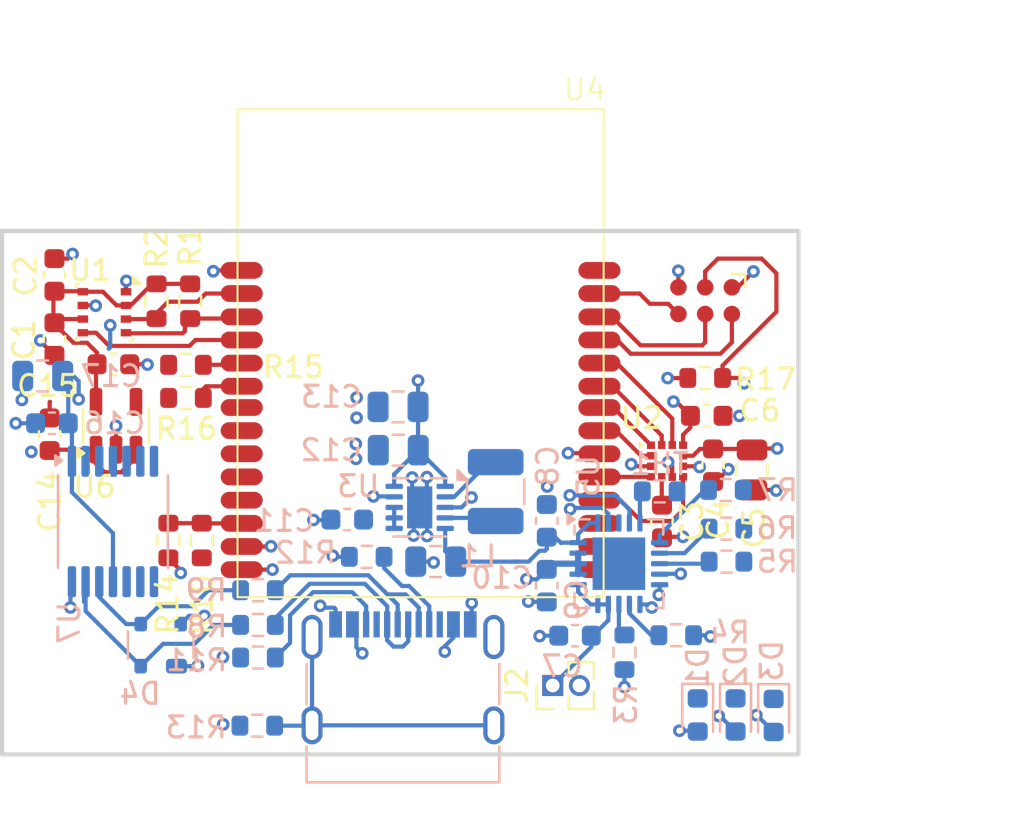
<source format=kicad_pcb>
(kicad_pcb (version 20241229) (generator "pcbnew") (generator_version "9.0")
  (layers (0 "F.Cu" signal) (4 "In1.Cu" signal) (6 "In2.Cu" signal) (2 "B.Cu" signal) (13 "F.Paste" user) (15 "B.Paste" user) (5 "F.SilkS" user "F.Silkscreen") (7 "B.SilkS" user "B.Silkscreen") (1 "F.Mask" user) (3 "B.Mask" user) (25 "Edge.Cuts" user))
  (net 0 "")
  (net 1 "GND")
  (net 2 "/usb-c/Protected_D-")
  (net 3 "/usb-c/Protected_D+")
  (net 4 "/INT2_XL")
  (net 5 "/INT1_XL")
  (net 6 "Net-(U2-C1)")
  (net 7 "/CS")
  (net 8 "/INT_MAG{slash}DRDY")
  (net 9 "/SPC")
  (net 10 "/SDI")
  (net 16 "Net-(U4-P1.04{slash}AIN0)")
  (net 18 "/nRESET")
  (net 19 "/SWDIO")
  (net 21 "+V_bat")
  (net 22 "/SWO")
  (net 23 "/SWCLK")
  (net 25 "/PWR_SUPPLY/Buck-Boost/Vin")
  (net 26 "+5V")
  (net 32 "+3V3")
  (net 33 "Net-(U3-L1)")
  (net 34 "Net-(U3-EN)")
  (net 35 "Net-(U3-L2)")
  (net 36 "Net-(U5-~{PG})")
  (net 37 "Net-(U5-PROG1)")
  (net 38 "Net-(U5-STAT2)")
  (net 39 "Net-(U5-PROG3)")
  (net 40 "Net-(U5-STAT1{slash}~{LBO})")
  (net 41 "Net-(U5-THERM)")
  (net 43 "+1V8")
  (net 44 "Net-(U7-URx)")
  (net 45 "Net-(U7-UTx)")
  (net 46 "/TX")
  (net 47 "/RX")
  (net 50 "Net-(D1-K)")
  (net 51 "Net-(D2-K)")
  (net 52 "Net-(D3-K)")
  (net 53 "Net-(J3-D--PadA7)")
  (net 54 "Net-(J3-SHIELD)")
  (net 56 "Net-(J3-D+-PadA6)")
  (net 57 "Net-(J3-CC1)")
  (net 59 "Net-(J3-CC2)")
  (net 60 "/SCL")
  (net 61 "/SDA")
  (net 62 "/SDO")
  (footprint "Capacitor_SMD:C_0603_1608Metric" (layer "F.Cu") (at 126.7 73.775)
    (property "Reference" "C15")
    (property "Value" "1u")
  )
  (footprint "Capacitor_SMD:C_0603_1608Metric" (layer "F.Cu") (at 154.9 76.225)
    (property "Reference" "C6")
    (property "Value" "0.1u")
  )
  (footprint "Capacitor_SMD:C_0603_1608Metric" (layer "F.Cu") (at 152.775 81.25 -90)
    (property "Reference" "C3")
    (property "Value" "0.1u")
  )
  (footprint "Connector_PinHeader_1.27mm:PinHeader_1x02_P1.27mm_Vertical" (layer "F.Cu") (at 147.58 89.05 90)
    (property "Reference" "J2")
    (property "Value" "Conn_01x02")
  )
  (footprint "My_Libraries:LSM303AHTR" (layer "F.Cu") (at 153.012 78.375063)
    (property "Reference" "U2")
    (property "Value" "LSM303AHTR" (hide yes))
  )
  (footprint "Resistor_SMD:R_0603_1608Metric" (layer "F.Cu") (at 129.315 82.155 -90)
    (property "Reference" "R14")
    (property "Value" "100k")
  )
  (footprint "Resistor_SMD:R_0603_1608Metric" (layer "F.Cu") (at 130.9 82.155 90)
    (property "Reference" "R10")
    (property "Value" "100k")
  )
  (footprint "Resistor_SMD:R_0603_1608Metric" (layer "F.Cu") (at 130.35 70.775 90)
    (property "Reference" "R1")
    (property "Value" "4.7k")
  )
  (footprint "Resistor_SMD:R_0603_1608Metric" (layer "F.Cu") (at 130.15 75.375)
    (property "Reference" "R16")
    (property "Value" "100R")
  )
  (footprint "Package_LGA:Bosch_LGA-8_2.5x2.5mm_P0.65mm_ClockwisePinNumbering" (layer "F.Cu") (at 126.275 71.3 -90)
    (property "Reference" "U1")
    (property "Value" "BME280")
  )
  (footprint "Resistor_SMD:R_0603_1608Metric" (layer "F.Cu") (at 154.825 74.425 180)
    (property "Reference" "R17")
    (property "Value" "10k")
  )
  (footprint "Capacitor_SMD:C_0603_1608Metric" (layer "F.Cu") (at 123.9 69.525 90)
    (property "Reference" "C2")
    (property "Value" "0.1u")
  )
  (footprint "Connector:Tag-Connect_TC2030-IDC-NL_2x03_P1.27mm_Vertical" (layer "F.Cu") (at 154.825 70.75 180)
    (property "Reference" "J1" (hide yes))
    (property "Value" "Conn_ARM_SWD_TagConnect_TC2030-NL")
  )
  (footprint "Capacitor_SMD:C_0603_1608Metric" (layer "F.Cu") (at 123.9 72.575 -90)
    (property "Reference" "C1")
    (property "Value" "0.1u")
  )
  (footprint "Capacitor_SMD:C_0603_1608Metric" (layer "F.Cu") (at 123.6725 77.1 90)
    (property "Reference" "C14")
    (property "Value" "1u")
  )
  (footprint "Capacitor_SMD:C_0603_1608Metric" (layer "F.Cu") (at 155.2 78.575 -90)
    (property "Reference" "C4")
    (property "Value" "0.1u")
  )
  (footprint "Capacitor_SMD:C_0805_2012Metric" (layer "F.Cu") (at 157.05 78.8 -90)
    (property "Reference" "C5")
    (property "Value" "10u")
  )
  (footprint "Resistor_SMD:R_0603_1608Metric" (layer "F.Cu") (at 128.75 70.775 90)
    (property "Reference" "R2")
    (property "Value" "4.7k")
  )
  (footprint "Resistor_SMD:R_0603_1608Metric" (layer "F.Cu") (at 130.15 73.8)
    (property "Reference" "R15")
    (property "Value" "100R")
  )
  (footprint "My_Libraries:ME54BS01" (layer "F.Cu") (at 141.3 73.25)
    (property "Reference" "U4")
    (property "Value" "ME54BS01")
  )
  (footprint "Package_TO_SOT_SMD:SOT-23-5" (layer "F.Cu") (at 126.825 76.7 90)
    (property "Reference" "U6")
    (property "Value" "TLV70018_SOT23-5")
  )
  (footprint "LED_SMD:LED_0603_1608Metric" (layer "B.Cu") (at 156.27 90.4525 -90)
    (property "Reference" "D2")
    (property "Value" "LED")
  )
  (footprint "Resistor_SMD:R_0603_1608Metric" (layer "B.Cu") (at 133.57 84.52 180)
    (property "Reference" "R9")
    (property "Value" "22R")
  )
  (footprint "LED_SMD:LED_0603_1608Metric" (layer "B.Cu") (at 154.47 90.4525 -90)
    (property "Reference" "D1")
    (property "Value" "LED")
  )
  (footprint "Capacitor_SMD:C_0603_1608Metric" (layer "B.Cu") (at 137.815 81.16 180)
    (property "Reference" "C11")
    (property "Value" "0.1u")
  )
  (footprint "Resistor_SMD:R_0603_1608Metric" (layer "B.Cu") (at 133.54 90.96)
    (property "Reference" "R13")
    (property "Value" "1M")
  )
  (footprint "Resistor_SMD:R_0603_1608Metric" (layer "B.Cu") (at 133.57 87.72)
    (property "Reference" "R11")
    (property "Value" "5.11k")
  )
  (footprint "Inductor_SMD:L_1210_3225Metric" (layer "B.Cu") (at 144.87 79.83 90)
    (property "Reference" "L1")
    (property "Value" "1.5u")
  )
  (footprint "Capacitor_SMD:C_0603_1608Metric" (layer "B.Cu") (at 148.64 86.68 180)
    (property "Reference" "C7")
    (property "Value" "4.7u")
  )
  (footprint "Resistor_SMD:R_0603_1608Metric" (layer "B.Cu") (at 155.835 81.59)
    (property "Reference" "R6")
    (property "Value" "470R")
  )
  (footprint "Resistor_SMD:R_0603_1608Metric" (layer "B.Cu") (at 155.84 83.16)
    (property "Reference" "R5")
    (property "Value" "470R")
  )
  (footprint "Connector_USB:USB_C_Receptacle_G-Switch_GT-USB-7010ASV" (layer "B.Cu") (at 140.462 89.87 180)
    (property "Reference" "J3" (hide yes))
    (property "Value" "USB_C_Receptacle")
  )
  (footprint "Resistor_SMD:R_0603_1608Metric" (layer "B.Cu") (at 133.57 86.17 180)
    (property "Reference" "R8")
    (property "Value" "22R")
  )
  (footprint "Capacitor_SMD:C_0603_1608Metric" (layer "B.Cu") (at 147.295 84.3 -90)
    (property "Reference" "C9")
    (property "Value" "10u")
  )
  (footprint "LED_SMD:LED_0603_1608Metric" (layer "B.Cu") (at 158.08 90.4725 -90)
    (property "Reference" "D3")
    (property "Value" "LED" (hide yes))
  )
  (footprint "Package_SO:TSSOP-14_4.4x5mm_P0.65mm" (layer "B.Cu") (at 126.68 81.25 -90)
    (property "Reference" "U7")
    (property "Value" "MCP2221AxST")
  )
  (footprint "Resistor_SMD:R_0603_1608Metric" (layer "B.Cu") (at 152.665 79.82)
    (property "Reference" "TH1")
    (property "Value" "10k")
  )
  (footprint "Resistor_SMD:R_0603_1608Metric" (layer "B.Cu") (at 150.99 87.47 -90)
    (property "Reference" "R3")
    (property "Value" "Rprog1")
  )
  (footprint "Package_DFN_QFN:QFN-20-1EP_4x4mm_P0.5mm_EP2.5x2.5mm" (layer "B.Cu") (at 150.725 83.2575 -90)
    (property "Reference" "U5")
    (property "Value" "MCP73871")
  )
  (footprint "Capacitor_SMD:C_0805_2012Metric" (layer "B.Cu") (at 123.34 74.33 180)
    (property "Reference" "C17")
    (property "Value" "4.7u")
  )
  (footprint "Capacitor_SMD:C_0805_2012Metric" (layer "B.Cu") (at 140.24 77.86 180)
    (property "Reference" "C12")
    (property "Value" "10u")
  )
  (footprint "Resistor_SMD:R_0603_1608Metric" (layer "B.Cu") (at 155.81 79.75)
    (property "Reference" "R7")
    (property "Value" "470R")
  )
  (footprint "Capacitor_SMD:C_0805_2012Metric" (layer "B.Cu") (at 140.23 75.8 180)
    (property "Reference" "C13")
    (property "Value" "10u")
  )
  (footprint "Capacitor_SMD:C_0603_1608Metric" (layer "B.Cu") (at 123.78 76.58 180)
    (property "Reference" "C16")
    (property "Value" "0.1u")
  )
  (footprint "Capacitor_SMD:C_0603_1608Metric" (layer "B.Cu") (at 147.3 81.22 90)
    (property "Reference" "C8")
    (property "Value" "4.7u")
  )
  (footprint "Package_TO_SOT_SMD:SOT-143" (layer "B.Cu") (at 128.95 87.13 90)
    (property "Reference" "D4")
    (property "Value" "PRTR5V0U2X")
  )
  (footprint "Package_SON:WSON-10-1EP_2.5x2.5mm_P0.5mm_EP1.2x2mm" (layer "B.Cu") (at 141.2575 80.58 180)
    (property "Reference" "U3")
    (property "Value" "TPS63031DSK")
  )
  (footprint "Resistor_SMD:R_0603_1608Metric" (layer "B.Cu") (at 153.45 86.66)
    (property "Reference" "R4")
    (property "Value" "Rprog3")
  )
  (footprint "Capacitor_SMD:C_0805_2012Metric" (layer "B.Cu") (at 142.02 83.16 180)
    (property "Reference" "C10")
    (property "Value" "10u")
  )
  (footprint "Resistor_SMD:R_0603_1608Metric" (layer "B.Cu") (at 138.74 82.93)
    (property "Reference" "R12")
    (property "Value" "5.11k" (hide yes))
  )
  (gr_rect (start 121.412 67.437) (end 159.258 92.329) (stroke (width 0.2)) (fill no) (layer "Edge.Cuts"))
  (segment (start 127.3 70.325) (end 127.3 69.83) (width 0.2) (layer "F.Cu") (net 1))
  (segment (start 134.18 82.44) (end 134.19 82.43) (width 0.2) (layer "F.Cu") (net 1))
  (segment (start 123.6725 76.325) (end 123.6725 75.5775) (width 0.2) (layer "F.Cu") (net 1))
  (segment (start 153.262063 79.137063) (end 153.262063 78.622063) (width 0.2) (layer "F.Cu") (net 1))
  (segment (start 154.525126 78.625126) (end 154.56 78.66) (width 0.2) (layer "F.Cu") (net 1))
  (segment (start 129.9 83.58) (end 129.315 82.995) (width 0.2) (layer "F.Cu") (net 1))
  (segment (start 152.82 81.98) (end 152.775 82.025) (width 0.2) (layer "F.Cu") (net 1))
  (segment (start 153.555 70.115) (end 153.555 69.335) (width 0.2) (layer "F.Cu") (net 1))
  (segment (start 153.555 69.335) (end 153.55 69.33) (width 0.2) (layer "F.Cu") (net 1))
  (segment (start 132.8 69.31) (end 131.49 69.31) (width 0.2) (layer "F.Cu") (net 1))
  (segment (start 123.6725 75.5775) (end 123.69 75.56) (width 0.2) (layer "F.Cu") (net 1))
  (segment (start 157.05 79.75) (end 158.17 79.75) (width 0.2) (layer "F.Cu") (net 1))
  (segment (start 125.25 70.975) (end 125.845 70.975) (width 0.2) (layer "F.Cu") (net 1))
  (segment (start 151.405126 78.625126) (end 152.25 78.625126) (width 0.2) (layer "F.Cu") (net 1))
  (segment (start 125.845 70.975) (end 125.86 70.99) (width 0.2) (layer "F.Cu") (net 1))
  (segment (start 153.77 81.98) (end 152.82 81.98) (width 0.2) (layer "F.Cu") (net 1))
  (segment (start 129.315 82.995) (end 129.315 82.98) (width 0.2) (layer "F.Cu") (net 1))
  (segment (start 155.35 79.35) (end 155.93 78.77) (width 0.2) (layer "F.Cu") (net 1))
  (segment (start 153.774 78.625126) (end 154.525126 78.625126) (width 0.2) (layer "F.Cu") (net 1))
  (segment (start 132.8 82.44) (end 134.18 82.44) (width 0.2) (layer "F.Cu") (net 1))
  (segment (start 151.31 78.53) (end 151.405126 78.625126) (width 0.2) (layer "F.Cu") (net 1))
  (segment (start 131.49 69.31) (end 131.45 69.35) (width 0.2) (layer "F.Cu") (net 1))
  (segment (start 155.2 79.35) (end 155.35 79.35) (width 0.2) (layer "F.Cu") (net 1))
  (segment (start 153.07 78.43) (end 153.240737 78.600737) (width 0.2) (layer "F.Cu") (net 1))
  (segment (start 123.23 72.64) (end 123.23 72.68) (width 0.2) (layer "F.Cu") (net 1))
  (segment (start 158.17 79.75) (end 158.2 79.78) (width 0.2) (layer "F.Cu") (net 1))
  (segment (start 124.54 68.75) (end 124.76 68.53) (width 0.2) (layer "F.Cu") (net 1))
  (segment (start 129.9 83.7) (end 129.9 83.58) (width 0.2) (layer "F.Cu") (net 1))
  (segment (start 123.23 72.68) (end 123.9 73.35) (width 0.2) (layer "F.Cu") (net 1))
  (segment (start 153.262063 78.622063) (end 153.07 78.43) (width 0.2) (layer "F.Cu") (net 1))
  (segment (start 128.305 73.775) (end 128.32 73.79) (width 0.2) (layer "F.Cu") (net 1))
  (segment (start 123.9 68.75) (end 124.54 68.75) (width 0.2) (layer "F.Cu") (net 1))
  (segment (start 126.825 76.7) (end 126.825 77.8375) (width 0.2) (layer "F.Cu") (net 1))
  (segment (start 127.3 69.83) (end 127.32 69.81) (width 0.2) (layer "F.Cu") (net 1))
  (segment (start 153.240737 78.600737) (end 153.240737 78.92) (width 0.2) (layer "F.Cu") (net 1))
  (segment (start 127.475 73.775) (end 128.305 73.775) (width 0.2) (layer "F.Cu") (net 1))
  (via (at 155.07 86.72) (size 0.6) (drill 0.3) (layers "F.Cu" "B.Cu") (net 1))
  (via (at 155.93 78.77) (size 0.6) (drill 0.3) (layers "F.Cu" "B.Cu") (net 1))
  (via (at 153.07 78.43) (size 0.6) (drill 0.3) (layers "F.Cu" "B.Cu") (net 1))
  (via (at 127.32 69.81) (size 0.6) (drill 0.3) (layers "F.Cu" "B.Cu") (net 1))
  (via (at 138.26 76.32) (size 0.6) (drill 0.3) (layers "F.Cu" "B.Cu") (net 1))
  (via (at 153.77 81.98) (size 0.6) (drill 0.3) (layers "F.Cu" "B.Cu") (net 1))
  (via (at 143.73 85.13) (size 0.6) (drill 0.3) (layers "F.Cu" "B.Cu") (net 1))
  (via (at 124.66 85.34) (size 0.6) (drill 0.3) (layers "F.Cu" "B.Cu") (net 1))
  (via (at 138.26 75.36) (size 0.6) (drill 0.3) (layers "F.Cu" "B.Cu") (net 1))
  (via (at 128.32 73.79) (size 0.6) (drill 0.3) (layers "F.Cu" "B.Cu") (net 1))
  (via (at 131.45 69.35) (size 0.6) (drill 0.3) (layers "F.Cu" "B.Cu") (net 1))
  (via (at 141.92 83.2) (size 0.6) (drill 0.3) (layers "F.Cu" "B.Cu") (net 1))
  (via (at 129.9 83.7) (size 0.6) (drill 0.3) (layers "F.Cu" "B.Cu") (net 1))
  (via (at 123.23 72.64) (size 0.6) (drill 0.3) (layers "F.Cu" "B.Cu") (net 1))
  (via (at 152.29 85.34) (size 0.6) (drill 0.3) (layers "F.Cu" "B.Cu") (net 1))
  (via (at 151.31 78.53) (size 0.6) (drill 0.3) (layers "F.Cu" "B.Cu") (net 1))
  (via (at 143.72017 80.107527) (size 0.6) (drill 0.3) (layers "F.Cu" "B.Cu") (net 1))
  (via (at 146.42 85.06) (size 0.6) (drill 0.3) (layers "F.Cu" "B.Cu") (net 1))
  (via (at 124.76 68.53) (size 0.6) (drill 0.3) (layers "F.Cu" "B.Cu") (net 1))
  (via (at 139.06 80.06) (size 0.6) (drill 0.3) (layers "F.Cu" "B.Cu") (net 1))
  (via (at 152.62 84.74) (size 0.6) (drill 0.3) (layers "F.Cu" "B.Cu") (net 1))
  (via (at 126.55 71.92) (size 0.6) (drill 0.3) (layers "F.Cu" "B.Cu") (net 1))
  (via (at 137.13 82.88) (size 0.6) (drill 0.3) (layers "F.Cu" "B.Cu") (net 1))
  (via (at 147.32 79.59) (size 0.6) (drill 0.3) (layers "F.Cu" "B.Cu") (net 1))
  (via (at 138.23 78.27) (size 0.6) (drill 0.3) (layers "F.Cu" "B.Cu") (net 1))
  (via (at 134.19 82.43) (size 0.6) (drill 0.3) (layers "F.Cu" "B.Cu") (net 1))
  (via (at 141.61 81.94) (size 0.6) (drill 0.3) (layers "F.Cu" "B.Cu") (net 1))
  (via (at 125.86 70.99) (size 0.6) (drill 0.3) (layers "F.Cu" "B.Cu") (net 1))
  (via (at 146.96 86.7) (size 0.6) (drill 0.3) (layers "F.Cu" "B.Cu") (net 1))
  (via (at 122.35 75.47) (size 0.6) (drill 0.3) (layers "F.Cu" "B.Cu") (net 1))
  (via (at 126.825 76.7) (size 0.6) (drill 0.3) (layers "F.Cu" "B.Cu") (net 1))
  (via (at 141.6 79.14) (size 0.6) (drill 0.3) (layers "F.Cu" "B.Cu") (net 1))
  (via (at 131.92 90.9) (size 0.6) (drill 0.3) (layers "F.Cu" "B.Cu") (net 1))
  (via (at 131.91 87.7) (size 0.6) (drill 0.3) (layers "F.Cu" "B.Cu") (net 1))
  (via (at 136.21 81.18) (size 0.6) (drill 0.3) (layers "F.Cu" "B.Cu") (net 1))
  (via (at 140.9 79.16) (size 0.6) (drill 0.3) (layers "F.Cu" "B.Cu") (net 1))
  (via (at 158.2 79.78) (size 0.6) (drill 0.3) (layers "F.Cu" "B.Cu") (net 1))
  (via (at 138.22 77.56) (size 0.6) (drill 0.3) (layers "F.Cu" "B.Cu") (net 1))
  (via (at 153.55 69.33) (size 0.6) (drill 0.3) (layers "F.Cu" "B.Cu") (net 1))
  (via (at 154.56 78.66) (size 0.6) (drill 0.3) (layers "F.Cu" "B.Cu") (net 1))
  (via (at 136.53 85.26) (size 0.6) (drill 0.3) (layers "F.Cu" "B.Cu") (net 1))
  (via (at 150.99 89.12) (size 0.6) (drill 0.3) (layers "F.Cu" "B.Cu") (net 1))
  (via (at 156.45 76.23) (size 0.6) (drill 0.3) (layers "F.Cu" "B.Cu") (net 1))
  (via (at 140.97 81.92) (size 0.6) (drill 0.3) (layers "F.Cu" "B.Cu") (net 1))
  (via (at 122.06 76.58) (size 0.6) (drill 0.3) (layers "F.Cu" "B.Cu") (net 1))
  (via (at 130.72 88.11) (size 0.6) (drill 0.3) (layers "F.Cu" "B.Cu") (net 1))
  (segment (start 139.06 80.06) (end 140.025 80.06) (width 0.2) (layer "B.Cu") (net 1))
  (segment (start 146.435 85.075) (end 146.42 85.06) (width 0.2) (layer "B.Cu") (net 1))
  (segment (start 136.62 85.35) (end 137.19 85.35) (width 0.2) (layer "B.Cu") (net 1))
  (segment (start 122.06 76.58) (end 123.005 76.58) (width 0.2) (layer "B.Cu") (net 1))
  (segment (start 141.88 83.16) (end 141.92 83.2) (width 0.2) (layer "B.Cu") (net 1))
  (segment (start 143.247697 80.58) (end 142.47 80.58) (width 0.2) (layer "B.Cu") (net 1))
  (segment (start 143.72017 80.107527) (end 143.247697 80.58) (width 0.2) (layer "B.Cu") (net 1))
  (segment (start 154.275 86.66) (end 155.01 86.66) (width 0.2) (layer "B.Cu") (net 1))
  (segment (start 141.6 79.14) (end 141.6 80.2375) (width 0.2) (layer "B.Cu") (net 1))
  (segment (start 124.66 85.34) (end 124.66 84.1825) (width 0.2) (layer "B.Cu") (net 1))
  (segment (start 147.865 86.68) (end 146.98 86.68) (width 0.2) (layer "B.Cu") (net 1))
  (segment (start 152.6625 84.2575) (end 152.6625 84.6975) (width 0.2) (layer "B.Cu") (net 1))
  (segment (start 147.295 85.075) (end 146.435 85.075) (width 0.2) (layer "B.Cu") (net 1))
  (segment (start 140.025 80.06) (end 140.045 80.08) (width 0.2) (layer "B.Cu") (net 1))
  (segment (start 137.262 85.422) (end 137.262 86.145) (width 0.2) (layer "B.Cu") (net 1))
  (segment (start 141.6 80.2375) (end 141.2575 80.58) (width 0.2) (layer "B.Cu") (net 1))
  (segment (start 137.18 82.93) (end 137.13 82.88) (width 0.2) (layer "B.Cu") (net 1))
  (segment (start 137.02 81.18) (end 137.04 81.16) (width 0.2) (layer "B.Cu") (net 1))
  (segment (start 124.66 84.1825) (end 124.73 84.1125) (width 0.2) (layer "B.Cu") (net 1))
  (segment (start 126.55 71.92) (end 126.55 72.97) (width 0.2) (layer "B.Cu") (net 1))
  (segment (start 143.73 86.077) (end 143.662 86.145) (width 0.2) (layer "B.Cu") (net 1))
  (segment (start 140.97 80.8675) (end 141.2575 80.58) (width 0.2) (layer "B.Cu") (net 1))
  (segment (start 151.725 85.195) (end 152.145 85.195) (width 0.2) (layer "B.Cu") (net 1))
  (segment (start 146.98 86.68) (end 146.96 86.7) (width 0.2) (layer "B.Cu") (net 1))
  (segment (start 122.35 74.37) (end 122.39 74.33) (width 0.2) (layer "B.Cu") (net 1))
  (segment (start 152.6625 84.6975) (end 152.62 84.74) (width 0.2) (layer "B.Cu") (net 1))
  (segment (start 141.61 81.94) (end 141.61 80.9325) (width 0.2) (layer "B.Cu") (net 1))
  (segment (start 126.55 72.97) (end 126.48 73.04) (width 0.2) (layer "B.Cu") (net 1))
  (segment (start 143.73 85.13) (end 143.73 86.077) (width 0.2) (layer "B.Cu") (net 1))
  (segment (start 122.35 75.47) (end 122.35 74.37) (width 0.2) (layer "B.Cu") (net 1))
  (segment (start 152.145 85.195) (end 152.29 85.34) (width 0.2) (layer "B.Cu") (net 1))
  (segment (start 141.07 83.16) (end 141.88 83.16) (width 0.2) (layer "B.Cu") (net 1))
  (segment (start 141.61 80.9325) (end 141.2575 80.58) (width 0.2) (layer "B.Cu") (net 1))
  (segment (start 137.19 85.35) (end 137.262 85.422) (width 0.2) (layer "B.Cu") (net 1))
  (segment (start 136.53 85.26) (end 136.62 85.35) (width 0.2) (layer "B.Cu") (net 1))
  (segment (start 137.915 82.93) (end 137.18 82.93) (width 0.2) (layer "B.Cu") (net 1))
  (segment (start 140.97 81.92) (end 140.97 80.8675) (width 0.2) (layer "B.Cu") (net 1))
  (segment (start 150.99 88.295) (end 150.99 89.12) (width 0.2) (layer "B.Cu") (net 1))
  (segment (start 140.9 79.16) (end 140.9 80.2225) (width 0.2) (layer "B.Cu") (net 1))
  (segment (start 140.9 80.2225) (end 141.2575 80.58) (width 0.2) (layer "B.Cu") (net 1))
  (segment (start 155.01 86.66) (end 155.07 86.72) (width 0.2) (layer "B.Cu") (net 1))
  (segment (start 129.7 88.13) (end 130.7 88.13) (width 0.2) (layer "B.Cu") (net 1))
  (segment (start 136.21 81.18) (end 137.02 81.18) (width 0.2) (layer "B.Cu") (net 1))
  (segment (start 126.03 84.849999) (end 127.310001 86.13) (width 0.2) (layer "B.Cu") (net 2))
  (segment (start 130.46 85.28) (end 128.85 85.28) (width 0.2) (layer "B.Cu") (net 2))
  (segment (start 132.745 84.52) (end 131.22 84.52) (width 0.2) (layer "B.Cu") (net 2))
  (segment (start 127.310001 86.13) (end 128 86.13) (width 0.2) (layer "B.Cu") (net 2))
  (segment (start 131.22 84.52) (end 130.46 85.28) (width 0.2) (layer "B.Cu") (net 2))
  (segment (start 126.03 84.1125) (end 126.03 84.849999) (width 0.2) (layer "B.Cu") (net 2))
  (segment (start 128.85 85.28) (end 128 86.13) (width 0.2) (layer "B.Cu") (net 2))
  (segment (start 131.46 86.17) (end 130.56 87.07) (width 0.2) (layer "B.Cu") (net 3))
  (segment (start 130.56 87.07) (end 129.06 87.07) (width 0.2) (layer "B.Cu") (net 3))
  (segment (start 125.38 84.1125) (end 125.38 85.51) (width 0.2) (layer "B.Cu") (net 3))
  (segment (start 129.06 87.07) (end 128 88.13) (width 0.2) (layer "B.Cu") (net 3))
  (segment (start 125.38 84.1125) (end 125.305 84.1875) (width 0.2) (layer "B.Cu") (net 3))
  (segment (start 132.745 86.17) (end 131.46 86.17) (width 0.2) (layer "B.Cu") (net 3))
  (segment (start 125.305 84.1875) (end 125.305 85.075) (width 0.2) (layer "B.Cu") (net 3))
  (segment (start 125.38 85.51) (end 128 88.13) (width 0.2) (layer "B.Cu") (net 3))
  (segment (start 149.8 73.72) (end 150.62 73.72) (width 0.2) (layer "F.Cu") (net 4))
  (segment (start 153.262063 76.362063) (end 153.262063 77.613063) (width 0.2) (layer "F.Cu") (net 4))
  (segment (start 150.62 73.72) (end 153.262063 76.362063) (width 0.2) (layer "F.Cu") (net 4))
  (segment (start 150.42 74.82) (end 152.761937 77.161937) (width 0.2) (layer "F.Cu") (net 5))
  (segment (start 152.761937 77.161937) (end 152.761937 77.613063) (width 0.2) (layer "F.Cu") (net 5))
  (segment (start 149.8 74.82) (end 150.42 74.82) (width 0.2) (layer "F.Cu") (net 5))
  (segment (start 152.761937 80.461937) (end 152.775 80.475) (width 0.2) (layer "F.Cu") (net 6))
  (segment (start 152.761937 79.137063) (end 152.761937 80.461937) (width 0.2) (layer "F.Cu") (net 6))
  (segment (start 149.8 76.93) (end 150.584826 76.93) (width 0.2) (layer "F.Cu") (net 7))
  (segment (start 151.779826 78.125) (end 152.25 78.125) (width 0.2) (layer "F.Cu") (net 7))
  (segment (start 150.584826 76.93) (end 151.779826 78.125) (width 0.2) (layer "F.Cu") (net 7))
  (segment (start 153.774 80.70111) (end 153.774 79.125252) (width 0.2) (layer "F.Cu") (net 8))
  (segment (start 153.24911 81.226) (end 153.774 80.70111) (width 0.2) (layer "F.Cu") (net 8))
  (segment (start 151.775 81.226) (end 153.24911 81.226) (width 0.2) (layer "F.Cu") (net 8))
  (segment (start 151.775 81.226) (end 150.789 80.24) (width 0.2) (layer "F.Cu") (net 8))
  (segment (start 150.789 80.24) (end 149.8 80.24) (width 0.2) (layer "F.Cu") (net 8))
  (segment (start 150.455126 75.83) (end 152.25 77.624874) (width 0.2) (layer "F.Cu") (net 9))
  (segment (start 149.8 75.83) (end 150.455126 75.83) (width 0.2) (layer "F.Cu") (net 9))
  (segment (start 152.245252 79.13) (end 152.25 79.125252) (width 0.2) (layer "F.Cu") (net 10))
  (segment (start 149.8 79.13) (end 152.245252 79.13) (width 0.2) (layer "F.Cu") (net 10))
  (segment (start 149.820189 79.150189) (end 149.8 79.13) (width 0.2) (layer "F.Cu") (net 10))
  (segment (start 131.22 81.34) (end 132.8 81.34) (width 0.2) (layer "F.Cu") (net 16))
  (segment (start 131.21 81.33) (end 131.22 81.34) (width 0.2) (layer "F.Cu") (net 16))
  (segment (start 130.9 81.33) (end 131.21 81.33) (width 0.2) (layer "F.Cu") (net 16))
  (segment (start 129.315 81.33) (end 130.9 81.33) (width 0.2) (layer "F.Cu") (net 16))
  (segment (start 154.825 70.115) (end 154.825 69.355) (width 0.2) (layer "F.Cu") (net 18))
  (segment (start 157.51 68.75) (end 158.2113 69.4513) (width 0.2) (layer "F.Cu") (net 18))
  (segment (start 155.65 73.839) (end 155.65 74.425) (width 0.2) (layer "F.Cu") (net 18))
  (segment (start 149.77 78) (end 149.8 78.03) (width 0.2) (layer "F.Cu") (net 18))
  (segment (start 155.65 74.425) (end 156.415 74.425) (width 0.2) (layer "F.Cu") (net 18))
  (segment (start 156.415 74.425) (end 156.67 74.68) (width 0.2) (layer "F.Cu") (net 18))
  (segment (start 148.31 78) (end 149.77 78) (width 0.2) (layer "F.Cu") (net 18))
  (segment (start 154.825 69.355) (end 155.43 68.75) (width 0.2) (layer "F.Cu") (net 18))
  (segment (start 158.2113 71.2777) (end 155.65 73.839) (width 0.2) (layer "F.Cu") (net 18))
  (segment (start 158.2113 69.4513) (end 158.2113 71.2777) (width 0.2) (layer "F.Cu") (net 18))
  (segment (start 155.43 68.75) (end 157.51 68.75) (width 0.2) (layer "F.Cu") (net 18))
  (via (at 156.67 74.68) (size 0.6) (drill 0.3) (layers "F.Cu" "B.Cu") (net 18))
  (via (at 148.31 78) (size 0.6) (drill 0.3) (layers "F.Cu" "B.Cu") (net 18))
  (segment (start 149.8 72.62) (end 150.63699 72.62) (width 0.2) (layer "F.Cu") (net 19))
  (segment (start 151.29029 73.2733) (end 155.5517 73.2733) (width 0.2) (layer "F.Cu") (net 19))
  (segment (start 156.095 72.73) (end 156.095 71.385) (width 0.2) (layer "F.Cu") (net 19))
  (segment (start 150.63699 72.62) (end 151.29029 73.2733) (width 0.2) (layer "F.Cu") (net 19))
  (segment (start 155.5517 73.2733) (end 156.095 72.73) (width 0.2) (layer "F.Cu") (net 19))
  (segment (start 149.415 86.68) (end 149.49 86.68) (width 0.2) (layer "B.Cu") (net 21))
  (segment (start 147.58 89.05) (end 149.415 87.215) (width 0.2) (layer "B.Cu") (net 21))
  (segment (start 150.225 85.195) (end 149.725 85.195) (width 0.2) (layer "B.Cu") (net 21))
  (segment (start 150.225 85.945) (end 150.225 85.195) (width 0.2) (layer "B.Cu") (net 21))
  (segment (start 148.7875 84.5975) (end 149.385 85.195) (width 0.2) (layer "B.Cu") (net 21))
  (segment (start 149.725 85.195) (end 149.385 85.195) (width 0.2) (layer "B.Cu") (net 21))
  (segment (start 149.49 86.68) (end 150.225 85.945) (width 0.2) (layer "B.Cu") (net 21))
  (segment (start 149.415 87.215) (end 149.415 86.68) (width 0.2) (layer "B.Cu") (net 21))
  (segment (start 148.7875 84.2575) (end 148.7875 84.5975) (width 0.2) (layer "B.Cu") (net 21))
  (segment (start 149.8 70.41) (end 151.71 70.41) (width 0.2) (layer "F.Cu") (net 22))
  (segment (start 153.07 70.9) (end 153.555 71.385) (width 0.2) (layer "F.Cu") (net 22))
  (segment (start 151.71 70.41) (end 152.2 70.9) (width 0.2) (layer "F.Cu") (net 22))
  (segment (start 152.2 70.9) (end 153.07 70.9) (width 0.2) (layer "F.Cu") (net 22))
  (segment (start 150.4 71.52) (end 151.7523 72.8723) (width 0.2) (layer "F.Cu") (net 23))
  (segment (start 154.6827 72.8723) (end 154.825 72.73) (width 0.2) (layer "F.Cu") (net 23))
  (segment (start 151.7523 72.8723) (end 154.6827 72.8723) (width 0.2) (layer "F.Cu") (net 23))
  (segment (start 154.825 72.73) (end 154.825 71.385) (width 0.2) (layer "F.Cu") (net 23))
  (segment (start 149.8 71.52) (end 150.4 71.52) (width 0.2) (layer "F.Cu") (net 23))
  (segment (start 147.9825 82.2575) (end 148.7875 82.2575) (width 0.2) (layer "B.Cu") (net 25))
  (segment (start 149.32 81.32) (end 149.725 81.32) (width 0.2) (layer "B.Cu") (net 25))
  (segment (start 142.97 83.16) (end 145.79 83.16) (width 0.2) (layer "B.Cu") (net 25))
  (segment (start 142.47 82.66) (end 142.97 83.16) (width 0.2) (layer "B.Cu") (net 25))
  (segment (start 145.79 83.16) (end 146.43489 83.16) (width 0.2) (layer "B.Cu") (net 25))
  (segment (start 147.695 81.995) (end 147.97 82.27) (width 0.2) (layer "B.Cu") (net 25))
  (segment (start 147.3 81.995) (end 147.695 81.995) (width 0.2) (layer "B.Cu") (net 25))
  (segment (start 147.21 82.64) (end 147.3 82.55) (width 0.2) (layer "B.Cu") (net 25))
  (segment (start 147.2 82.63) (end 147.21 82.64) (width 0.2) (layer "B.Cu") (net 25))
  (segment (start 147.97 82.27) (end 147.9825 82.2575) (width 0.2) (layer "B.Cu") (net 25))
  (segment (start 148.7875 81.8525) (end 149.32 81.32) (width 0.2) (layer "B.Cu") (net 25))
  (segment (start 148.7875 82.2575) (end 148.7875 81.8525) (width 0.2) (layer "B.Cu") (net 25))
  (segment (start 145.79 83.16) (end 145.97 83.16) (width 0.2) (layer "B.Cu") (net 25))
  (segment (start 146.43489 83.16) (end 146.95489 82.64) (width 0.2) (layer "B.Cu") (net 25))
  (segment (start 147.3 82.55) (end 147.3 81.995) (width 0.2) (layer "B.Cu") (net 25))
  (segment (start 146.95489 82.64) (end 147.21 82.64) (width 0.2) (layer "B.Cu") (net 25))
  (segment (start 142.47 81.58) (end 142.47 82.66) (width 0.2) (layer "B.Cu") (net 25))
  (via (at 155.47 90.5) (size 0.6) (drill 0.3) (layers "F.Cu" "B.Cu") (net 26))
  (via (at 142.45 87.44) (size 0.6) (drill 0.3) (layers "F.Cu" "B.Cu") (net 26))
  (via (at 148.41 80.66) (size 0.6) (drill 0.3) (layers "F.Cu" "B.Cu") (net 26))
  (via (at 157.26 90.46) (size 0.6) (drill 0.3) (layers "F.Cu" "B.Cu") (net 26))
  (via (at 153.6 91.2) (size 0.6) (drill 0.3) (layers "F.Cu" "B.Cu") (net 26))
  (via (at 138.53 87.52) (size 0.6) (drill 0.3) (layers "F.Cu" "B.Cu") (net 26))
  (via (at 153.66 83.74) (size 0.6) (drill 0.3) (layers "F.Cu" "B.Cu") (net 26))
  (via (at 146.33 84) (size 0.6) (drill 0.3) (layers "F.Cu" "B.Cu") (net 26))
  (via (at 148.39 80.01) (size 0.6) (drill 0.3) (layers "F.Cu" "B.Cu") (net 26))
  (segment (start 148.7875 83.7575) (end 148.7875 83.2575) (width 0.3) (layer "B.Cu") (net 26))
  (segment (start 150.21 81.305) (end 150.225 81.32) (width 0.2) (layer "B.Cu") (net 26))
  (segment (start 148.41 80.66) (end 148.4635 80.6065) (width 0.2) (layer "B.Cu") (net 26))
  (segment (start 138.25 86.333) (end 138.25 87.24) (width 0.2) (layer "B.Cu") (net 26))
  (segment (start 147.5625 83.2575) (end 147.295 83.525) (width 0.3) (layer "B.Cu") (net 26))
  (segment (start 148.4635 80.6065) (end 149.939798 80.6065) (width 0.2) (layer "B.Cu") (net 26))
  (segment (start 155.53 90.5) (end 156.27 91.24) (width 0.2) (layer "B.Cu") (net 26))
  (segment (start 138.25 87.24) (end 138.53 87.52) (width 0.2) (layer "B.Cu") (net 26))
  (segment (start 146.82 84) (end 147.295 83.525) (width 0.2) (layer "B.Cu") (net 26))
  (segment (start 155.47 90.5) (end 155.53 90.5) (width 0.2) (layer "B.Cu") (net 26))
  (segment (start 153.66 83.74) (end 152.68 83.74) (width 0.2) (layer "B.Cu") (net 26))
  (segment (start 150.55 80.01) (end 151.225 80.685) (width 0.2) (layer "B.Cu") (net 26))
  (segment (start 148.39 80.01) (end 150.55 80.01) (width 0.2) (layer "B.Cu") (net 26))
  (segment (start 153.6 91.2) (end 154.43 91.2) (width 0.2) (layer "B.Cu") (net 26))
  (segment (start 138.062 86.145) (end 138.25 86.333) (width 0.2) (layer "B.Cu") (net 26))
  (segment (start 148.7875 82.7575) (end 148.7875 83.2575) (width 0.3) (layer "B.Cu") (net 26))
  (segment (start 142.45 87.19) (end 142.45 87.44) (width 0.2) (layer "B.Cu") (net 26))
  (segment (start 152.68 83.74) (end 152.6625 83.7575) (width 0.2) (layer "B.Cu") (net 26))
  (segment (start 157.26 90.46) (end 157.28 90.46) (width 0.2) (layer "B.Cu") (net 26))
  (segment (start 142.862 86.145) (end 142.862 86.778) (width 0.2) (layer "B.Cu") (net 26))
  (segment (start 149.939798 80.6065) (end 150.225 80.891702) (width 0.2) (layer "B.Cu") (net 26))
  (segment (start 148.7875 83.2575) (end 147.5625 83.2575) (width 0.3) (layer "B.Cu") (net 26))
  (segment (start 150.225 80.891702) (end 150.225 81.32) (width 0.2) (layer "B.Cu") (net 26))
  (segment (start 157.28 90.46) (end 158.08 91.26) (width 0.2) (layer "B.Cu") (net 26))
  (segment (start 142.862 86.778) (end 142.45 87.19) (width 0.2) (layer "B.Cu") (net 26))
  (segment (start 146.33 84) (end 146.82 84) (width 0.2) (layer "B.Cu") (net 26))
  (segment (start 154.43 91.2) (end 154.47 91.24) (width 0.2) (layer "B.Cu") (net 26))
  (segment (start 151.225 80.685) (end 151.225 81.32) (width 0.2) (layer "B.Cu") (net 26))
  (segment (start 156.365 70.115) (end 157.12 69.36) (width 0.2) (layer "F.Cu") (net 32))
  (segment (start 125.875 77.8375) (end 125.875 78.499999) (width 0.2) (layer "F.Cu") (net 32))
  (segment (start 125.875 78.499999) (end 126.285001 78.91) (width 0.2) (layer "F.Cu") (net 32))
  (segment (start 125.875 77.8375) (end 125.875 77.2725) (width 0.2) (layer "F.Cu") (net 32))
  (segment (start 157.12 77.78) (end 157.05 77.85) (width 0.2) (layer "F.Cu") (net 32))
  (segment (start 155.2 77.8) (end 157 77.8) (width 0.2) (layer "F.Cu") (net 32))
  (segment (start 153.774 78.125) (end 154.25 78.125) (width 0.2) (layer "F.Cu") (net 32))
  (segment (start 153.45 75.55) (end 154.125 76.225) (width 0.2) (layer "F.Cu") (net 32))
  (segment (start 127.07 78.91) (end 127.775 78.205) (width 0.2) (layer "F.Cu") (net 32))
  (segment (start 154.575 77.8) (end 155.2 77.8) (width 0.2) (layer "F.Cu") (net 32))
  (segment (start 127.775 77.8375) (end 127.775 77.3225) (width 0.2) (layer "F.Cu") (net 32))
  (segment (start 126.285001 78.91) (end 127.07 78.91) (width 0.2) (layer "F.Cu") (net 32))
  (segment (start 132.8 83.54) (end 134.26 83.54) (width 0.2) (layer "F.Cu") (net 32))
  (segment (start 156.095 70.115) (end 156.365 70.115) (width 0.2) (layer "F.Cu") (net 32))
  (segment (start 154.125 76.225) (end 154.125 76.775) (width 0.2) (layer "F.Cu") (net 32))
  (segment (start 153.04 74.43) (end 153.995 74.43) (width 0.2) (layer "F.Cu") (net 32))
  (segment (start 157 77.8) (end 157.05 77.85) (width 0.2) (layer "F.Cu") (net 32))
  (segment (start 153.774 77.126) (end 153.774 77.624874) (width 0.2) (layer "F.Cu") (net 32))
  (segment (start 154.125 76.775) (end 153.774 77.126) (width 0.2) (layer "F.Cu") (net 32))
  (segment (start 123.71 77.8375) (end 123.6725 77.875) (width 0.2) (layer "F.Cu") (net 32))
  (segment (start 153.995 74.43) (end 154 74.425) (width 0.2) (layer "F.Cu") (net 32))
  (segment (start 154.25 78.125) (end 154.575 77.8) (width 0.2) (layer "F.Cu") (net 32))
  (segment (start 125.875 77.8375) (end 123.71 77.8375) (width 0.2) (layer "F.Cu") (net 32))
  (segment (start 127.775 78.205) (end 127.775 77.8375) (width 0.2) (layer "F.Cu") (net 32))
  (segment (start 153.32 75.55) (end 153.45 75.55) (width 0.2) (layer "F.Cu") (net 32))
  (segment (start 158.25 77.78) (end 157.12 77.78) (width 0.2) (layer "F.Cu") (net 32))
  (via (at 153.04 74.43) (size 0.6) (drill 0.3) (layers "F.Cu" "B.Cu") (net 32))
  (via (at 122.8 77.94) (size 0.6) (drill 0.3) (layers "F.Cu" "B.Cu") (net 32))
  (via (at 134.26 83.54) (size 0.6) (drill 0.3) (layers "F.Cu" "B.Cu") (net 32))
  (via (at 153.32 75.55) (size 0.6) (drill 0.3) (layers "F.Cu" "B.Cu") (net 32))
  (via (at 157.12 69.36) (size 0.6) (drill 0.3) (layers "F.Cu" "B.Cu") (net 32))
  (via (at 131.03 85.74) (size 0.6) (drill 0.3) (layers "F.Cu" "B.Cu") (net 32))
  (via (at 158.25 77.78) (size 0.6) (drill 0.3) (layers "F.Cu" "B.Cu") (net 32))
  (via (at 141.18 74.55) (size 0.6) (drill 0.3) (layers "F.Cu" "B.Cu") (net 32))
  (via (at 125.05 75.44) (size 0.6) (drill 0.3) (layers "F.Cu" "B.Cu") (net 32))
  (segment (start 141.18 75.8) (end 141.18 77.85) (width 0.2) (layer "B.Cu") (net 32))
  (segment (start 124.535 76.5575) (end 124.73 76.7525) (width 0.2) (layer "B.Cu") (net 32))
  (segment (start 124.73 76.7525) (end 124.73 78.3875) (width 0.2) (layer "B.Cu") (net 32))
  (segment (start 141.18 77.85) (end 141.19 77.86) (width 0.2) (layer "B.Cu") (net 32))
  (segment (start 141.57 75.41) (end 141.18 75.8) (width 0.2) (layer "B.Cu") (net 32))
  (segment (start 124.58 74.82) (end 124.535 74.865) (width 0.2) (layer "B.Cu") (net 32))
  (segment (start 124.555 74.595) (end 124.29 74.33) (width 0.2) (layer "B.Cu") (net 32))
  (segment (start 124.8 74.33) (end 124.29 74.33) (width 0.2) (layer "B.Cu") (net 32))
  (segment (start 142.47 79.14) (end 142.47 79.58) (width 0.2) (layer "B.Cu") (net 32))
  (segment (start 141.18 74.55) (end 141.18 75.8) (width 0.2) (layer "B.Cu") (net 32))
  (segment (start 124.73 79.86) (end 126.68 81.81) (width 0.2) (layer "B.Cu") (net 32))
  (segment (start 124.555 76.58) (end 124.555 74.595) (width 0.2) (layer "B.Cu") (net 32))
  (segment (start 141.19 77.86) (end 142.47 79.14) (width 0.2) (layer "B.Cu") (net 32))
  (segment (start 140.045 79.005) (end 140.045 79.58) (width 0.2) (layer "B.Cu") (net 32))
  (segment (start 141.19 77.86) (end 140.045 79.005) (width 0.2) (layer "B.Cu") (net 32))
  (segment (start 131.03 85.74) (end 130.29 85.74) (width 0.2) (layer "B.Cu") (net 32))
  (segment (start 125.05 75.44) (end 125.05 74.58) (width 0.2) (layer "B.Cu") (net 32))
  (segment (start 125.05 74.58) (end 124.8 74.33) (width 0.2) (layer "B.Cu") (net 32))
  (segment (start 130.29 85.74) (end 129.9 86.13) (width 0.2) (layer "B.Cu") (net 32))
  (segment (start 126.68 81.81) (end 126.68 84.1125) (width 0.2) (layer "B.Cu") (net 32))
  (segment (start 124.73 78.3875) (end 124.73 79.86) (width 0.2) (layer "B.Cu") (net 32))
  (segment (start 144.64 81) (end 144.87 81.23) (width 0.2) (layer "B.Cu") (net 33))
  (segment (start 142.47 81.08) (end 144.5425 81.08) (width 0.2) (layer "B.Cu") (net 33))
  (segment (start 144.6225 81) (end 144.64 81) (width 0.2) (layer "B.Cu") (net 33))
  (segment (start 144.5425 81.08) (end 144.6225 81) (width 0.2) (layer "B.Cu") (net 33))
  (segment (start 140.045 81.58) (end 140.045 81.08) (width 0.2) (layer "B.Cu") (net 34))
  (segment (start 140.045 81.08) (end 140.045 80.58) (width 0.2) (layer "B.Cu") (net 34))
  (segment (start 144.548298 78.43) (end 144.87 78.43) (width 0.2) (layer "B.Cu") (net 35))
  (segment (start 142.898298 80.08) (end 144.548298 78.43) (width 0.2) (layer "B.Cu") (net 35))
  (segment (start 142.47 80.08) (end 142.898298 80.08) (width 0.2) (layer "B.Cu") (net 35))
  (segment (start 154.81 79.75) (end 154.985 79.75) (width 0.2) (layer "B.Cu") (net 36))
  (segment (start 152.6625 82.2575) (end 152.6625 81.8975) (width 0.2) (layer "B.Cu") (net 36))
  (segment (start 152.6625 81.8975) (end 154.81 79.75) (width 0.2) (layer "B.Cu") (net 36))
  (segment (start 150.725 86.38) (end 150.725 85.195) (width 0.2) (layer "B.Cu") (net 37))
  (segment (start 150.99 86.645) (end 150.725 86.38) (width 0.2) (layer "B.Cu") (net 37))
  (segment (start 153.8425 82.7575) (end 155.01 81.59) (width 0.2) (layer "B.Cu") (net 38))
  (segment (start 152.6625 82.7575) (end 153.8425 82.7575) (width 0.2) (layer "B.Cu") (net 38))
  (segment (start 151.225 85.195) (end 151.225 85.623298) (width 0.2) (layer "B.Cu") (net 39))
  (segment (start 152.261702 86.66) (end 152.625 86.66) (width 0.2) (layer "B.Cu") (net 39))
  (segment (start 151.225 85.623298) (end 152.261702 86.66) (width 0.2) (layer "B.Cu") (net 39))
  (segment (start 154.9175 83.2575) (end 155.015 83.16) (width 0.2) (layer "B.Cu") (net 40))
  (segment (start 152.6625 83.2575) (end 154.9175 83.2575) (width 0.2) (layer "B.Cu") (net 40))
  (segment (start 151.725 79.935) (end 151.84 79.82) (width 0.2) (layer "B.Cu") (net 41))
  (segment (start 151.725 81.32) (end 151.725 79.935) (width 0.2) (layer "B.Cu") (net 41))
  (segment (start 123.9 71.8) (end 123.85 71.75) (width 0.2) (layer "F.Cu") (net 43))
  (segment (start 125.925 73.225) (end 125.451 72.751) (width 0.2) (layer "F.Cu") (net 43))
  (segment (start 124.025 71.625) (end 125.25 71.625) (width 0.2) (layer "F.Cu") (net 43))
  (segment (start 125.875 75.5625) (end 125.875 73.825) (width 0.2) (layer "F.Cu") (net 43))
  (segment (start 123.9 71.8) (end 123.9 71.75) (width 0.2) (layer "F.Cu") (net 43))
  (segment (start 125.451 72.751) (end 124.801 72.751) (width 0.2) (layer "F.Cu") (net 43))
  (segment (start 124.801 72.751) (end 123.9 71.85) (width 0.2) (layer "F.Cu") (net 43))
  (segment (start 123.85 71.75) (end 123.85 70.35) (width 0.2) (layer "F.Cu") (net 43))
  (segment (start 127.525 70.975) (end 128.55 69.95) (width 0.2) (layer "F.Cu") (net 43))
  (segment (start 125.15 70.3) (end 125.175 70.325) (width 0.2) (layer "F.Cu") (net 43))
  (segment (start 126.852 70.975) (end 127.3 70.975) (width 0.2) (layer "F.Cu") (net 43))
  (segment (start 123.85 70.35) (end 123.9 70.3) (width 0.2) (layer "F.Cu") (net 43))
  (segment (start 128.75 69.95) (end 130.35 69.95) (width 0.2) (layer "F.Cu") (net 43))
  (segment (start 123.9 71.75) (end 124.025 71.625) (width 0.2) (layer "F.Cu") (net 43))
  (segment (start 125.25 70.325) (end 126.202 70.325) (width 0.2) (layer "F.Cu") (net 43))
  (segment (start 125.175 70.325) (end 125.25 70.325) (width 0.2) (layer "F.Cu") (net 43))
  (segment (start 126.202 70.325) (end 126.852 70.975) (width 0.2) (layer "F.Cu") (net 43))
  (segment (start 123.9 70.3) (end 125.15 70.3) (width 0.2) (layer "F.Cu") (net 43))
  (segment (start 127.3 70.975) (end 127.525 70.975) (width 0.2) (layer "F.Cu") (net 43))
  (segment (start 128.55 69.95) (end 128.75 69.95) (width 0.2) (layer "F.Cu") (net 43))
  (segment (start 123.9 71.85) (end 123.9 71.8) (width 0.2) (layer "F.Cu") (net 43))
  (segment (start 125.925 73.575) (end 125.925 73.225) (width 0.2) (layer "F.Cu") (net 43))
  (segment (start 125.75 73.75) (end 125.925 73.575) (width 0.2) (layer "F.Cu") (net 43))
  (segment (start 130.975 73.8) (end 132.72 73.8) (width 0.2) (layer "F.Cu") (net 46))
  (segment (start 132.72 73.8) (end 132.8 73.72) (width 0.2) (layer "F.Cu") (net 46))
  (segment (start 130.975 75.375) (end 130.975 74.95) (width 0.2) (layer "F.Cu") (net 47))
  (segment (start 131.105 74.82) (end 132.8 74.82) (width 0.2) (layer "F.Cu") (net 47))
  (segment (start 130.975 74.95) (end 131.105 74.82) (width 0.2) (layer "F.Cu") (net 47))
  (segment (start 141.212 85.342) (end 141.212 86.145) (width 0.2) (layer "B.Cu") (net 53))
  (segment (start 140.212 85.4345) (end 140.212 86.145) (width 0.2) (layer "B.Cu") (net 53))
  (segment (start 138.8161 83.81) (end 135.105 83.81) (width 0.2) (layer "B.Cu") (net 53))
  (segment (start 139.52305 84.51695) (end 138.8161 83.81) (width 0.2) (layer "B.Cu") (net 53))
  (segment (start 140.59 84.72) (end 141.212 85.342) (width 0.2) (layer "B.Cu") (net 53))
  (segment (start 140.212 85.4345) (end 140.212 85.2059) (width 0.2) (layer "B.Cu") (net 53))
  (segment (start 135.105 83.81) (end 134.395 84.52) (width 0.2) (layer "B.Cu") (net 53))
  (segment (start 139.92805 84.92195) (end 140.1826 85.1765) (width 0.2) (layer "B.Cu") (net 53))
  (segment (start 139.52305 84.51695) (end 139.7261 84.72) (width 0.2) (layer "B.Cu") (net 53))
  (segment (start 139.92805 84.92195) (end 139.52305 84.51695) (width 0.2) (layer "B.Cu") (net 53))
  (segment (start 140.212 85.2059) (end 139.92805 84.92195) (width 0.2) (layer "B.Cu") (net 53))
  (segment (start 139.7261 84.72) (end 140.59 84.72) (width 0.2) (layer "B.Cu") (net 53))
  (segment (start 144.782 90.945) (end 136.142 90.945) (width 0.2) (layer "B.Cu") (net 54))
  (segment (start 136.142 86.745) (end 136.142 90.945) (width 0.2) (layer "B.Cu") (net 54))
  (segment (start 134.365 90.96) (end 136.127 90.96) (width 0.2) (layer "B.Cu") (net 54))
  (segment (start 136.127 90.96) (end 136.142 90.945) (width 0.2) (layer "B.Cu") (net 54))
  (segment (start 134.395 85.845) (end 134.395 86.17) (width 0.2) (layer "B.Cu") (net 56))
  (segment (start 140.01 87.2) (end 139.712 86.902) (width 0.2) (layer "B.Cu") (net 56))
  (segment (start 140.712 86.145) (end 140.712 86.9499) (width 0.2) (layer "B.Cu") (net 56))
  (segment (start 138.65 84.211) (end 136.029 84.211) (width 0.2) (layer "B.Cu") (net 56))
  (segment (start 140.4619 87.2) (end 140.01 87.2) (width 0.2) (layer "B.Cu") (net 56))
  (segment (start 139.712 86.145) (end 139.712 85.273) (width 0.2) (layer "B.Cu") (net 56))
  (segment (start 140.712 86.9499) (end 140.4619 87.2) (width 0.2) (layer "B.Cu") (net 56))
  (segment (start 139.712 85.273) (end 138.65 84.211) (width 0.2) (layer "B.Cu") (net 56))
  (segment (start 139.712 86.902) (end 139.712 86.145) (width 0.2) (layer "B.Cu") (net 56))
  (segment (start 136.029 84.211) (end 134.395 85.845) (width 0.2) (layer "B.Cu") (net 56))
  (segment (start 141.712 85.273) (end 140.759 84.32) (width 0.2) (layer "B.Cu") (net 57))
  (segment (start 139.57 83.47) (end 139.57 83.131) (width 0.2) (layer "B.Cu") (net 57))
  (segment (start 139.565 83.126) (end 139.565 82.93) (width 0.2) (layer "B.Cu") (net 57))
  (segment (start 140.759 84.32) (end 140.42 84.32) (width 0.2) (layer "B.Cu") (net 57))
  (segment (start 141.712 86.145) (end 141.712 85.273) (width 0.2) (layer "B.Cu") (net 57))
  (segment (start 140.42 84.32) (end 139.57 83.47) (width 0.2) (layer "B.Cu") (net 57))
  (segment (start 139.57 83.131) (end 139.565 83.126) (width 0.2) (layer "B.Cu") (net 57))
  (segment (start 135.096 85.7111) (end 135.096 86.658064) (width 0.2) (layer "B.Cu") (net 59))
  (segment (start 138.712 85.273) (end 138.051 84.612) (width 0.2) (layer "B.Cu") (net 59))
  (segment (start 138.712 86.145) (end 138.712 85.273) (width 0.2) (layer "B.Cu") (net 59))
  (segment (start 136.1951 84.612) (end 135.096 85.7111) (width 0.2) (layer "B.Cu") (net 59))
  (segment (start 135.096 86.658064) (end 135.096 87.019) (width 0.2) (layer "B.Cu") (net 59))
  (segment (start 138.051 84.612) (end 136.1951 84.612) (width 0.2) (layer "B.Cu") (net 59))
  (segment (start 135.096 87.019) (end 134.395 87.72) (width 0.2) (layer "B.Cu") (net 59))
  (segment (start 130.1 72.2) (end 130 72.3) (width 0.2) (layer "F.Cu") (net 60))
  (segment (start 130.35 71.6) (end 130.1 71.85) (width 0.2) (layer "F.Cu") (net 60))
  (segment (start 130.1 71.85) (end 130.1 72.2) (width 0.2) (layer "F.Cu") (net 60))
  (segment (start 130.35 71.6) (end 132.72 71.6) (width 0.2) (layer "F.Cu") (net 60))
  (segment (start 127.325 72.3) (end 127.3 72.275) (width 0.2) (layer "F.Cu") (net 60))
  (segment (start 132.72 71.6) (end 132.8 71.52) (width 0.2) (layer "F.Cu") (net 60))
  (segment (start 130 72.3) (end 127.325 72.3) (width 0.2) (layer "F.Cu") (net 60))
  (segment (start 128.55 71.6) (end 128.75 71.6) (width 0.2) (layer "F.Cu") (net 61))
  (segment (start 131.09 70.41) (end 132.8 70.41) (width 0.2) (layer "F.Cu") (net 61))
  (segment (start 130.7 70.8) (end 131.09 70.41) (width 0.2) (layer "F.Cu") (net 61))
  (segment (start 128.525 71.625) (end 128.55 71.6) (width 0.2) (layer "F.Cu") (net 61))
  (segment (start 127.3 71.625) (end 128.525 71.625) (width 0.2) (layer "F.Cu") (net 61))
  (segment (start 128.75 71.6) (end 128.75 71.35) (width 0.2) (layer "F.Cu") (net 61))
  (segment (start 128.75 71.35) (end 129.3 70.8) (width 0.2) (layer "F.Cu") (net 61))
  (segment (start 129.3 70.8) (end 130.7 70.8) (width 0.2) (layer "F.Cu") (net 61))
  (segment (start 130.32 72.9) (end 126.5 72.9) (width 0.2) (layer "F.Cu") (net 62))
  (segment (start 125.875 72.275) (end 125.25 72.275) (width 0.2) (layer "F.Cu") (net 62))
  (segment (start 130.6 72.62) (end 130.32 72.9) (width 0.2) (layer "F.Cu") (net 62))
  (segment (start 126.5 72.9) (end 125.875 72.275) (width 0.2) (layer "F.Cu") (net 62))
  (segment (start 132.8 72.62) (end 130.6 72.62) (width 0.2) (layer "F.Cu") (net 62))
)
</source>
